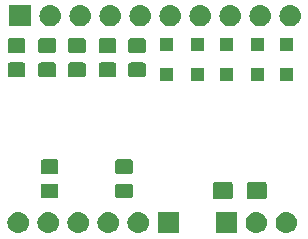
<source format=gbr>
G04 #@! TF.GenerationSoftware,KiCad,Pcbnew,5.1.2-f72e74a~84~ubuntu18.04.1*
G04 #@! TF.CreationDate,2019-06-19T19:18:17+07:00*
G04 #@! TF.ProjectId,serial_matrix_keyboard_shild,73657269-616c-45f6-9d61-747269785f6b,rev?*
G04 #@! TF.SameCoordinates,Original*
G04 #@! TF.FileFunction,Soldermask,Bot*
G04 #@! TF.FilePolarity,Negative*
%FSLAX46Y46*%
G04 Gerber Fmt 4.6, Leading zero omitted, Abs format (unit mm)*
G04 Created by KiCad (PCBNEW 5.1.2-f72e74a~84~ubuntu18.04.1) date 2019-06-19 19:18:17*
%MOMM*%
%LPD*%
G04 APERTURE LIST*
%ADD10C,0.020000*%
G04 APERTURE END LIST*
D10*
G36*
X221950443Y-103605519D02*
G01*
X222016627Y-103612037D01*
X222186466Y-103663557D01*
X222342991Y-103747222D01*
X222378729Y-103776552D01*
X222480186Y-103859814D01*
X222563448Y-103961271D01*
X222592778Y-103997009D01*
X222676443Y-104153534D01*
X222727963Y-104323373D01*
X222745359Y-104500000D01*
X222727963Y-104676627D01*
X222676443Y-104846466D01*
X222592778Y-105002991D01*
X222563448Y-105038729D01*
X222480186Y-105140186D01*
X222378729Y-105223448D01*
X222342991Y-105252778D01*
X222186466Y-105336443D01*
X222016627Y-105387963D01*
X221950443Y-105394481D01*
X221884260Y-105401000D01*
X221795740Y-105401000D01*
X221729557Y-105394481D01*
X221663373Y-105387963D01*
X221493534Y-105336443D01*
X221337009Y-105252778D01*
X221301271Y-105223448D01*
X221199814Y-105140186D01*
X221116552Y-105038729D01*
X221087222Y-105002991D01*
X221003557Y-104846466D01*
X220952037Y-104676627D01*
X220934641Y-104500000D01*
X220952037Y-104323373D01*
X221003557Y-104153534D01*
X221087222Y-103997009D01*
X221116552Y-103961271D01*
X221199814Y-103859814D01*
X221301271Y-103776552D01*
X221337009Y-103747222D01*
X221493534Y-103663557D01*
X221663373Y-103612037D01*
X221729558Y-103605518D01*
X221795740Y-103599000D01*
X221884260Y-103599000D01*
X221950443Y-103605519D01*
X221950443Y-103605519D01*
G37*
G36*
X219410443Y-103605519D02*
G01*
X219476627Y-103612037D01*
X219646466Y-103663557D01*
X219802991Y-103747222D01*
X219838729Y-103776552D01*
X219940186Y-103859814D01*
X220023448Y-103961271D01*
X220052778Y-103997009D01*
X220136443Y-104153534D01*
X220187963Y-104323373D01*
X220205359Y-104500000D01*
X220187963Y-104676627D01*
X220136443Y-104846466D01*
X220052778Y-105002991D01*
X220023448Y-105038729D01*
X219940186Y-105140186D01*
X219838729Y-105223448D01*
X219802991Y-105252778D01*
X219646466Y-105336443D01*
X219476627Y-105387963D01*
X219410443Y-105394481D01*
X219344260Y-105401000D01*
X219255740Y-105401000D01*
X219189557Y-105394481D01*
X219123373Y-105387963D01*
X218953534Y-105336443D01*
X218797009Y-105252778D01*
X218761271Y-105223448D01*
X218659814Y-105140186D01*
X218576552Y-105038729D01*
X218547222Y-105002991D01*
X218463557Y-104846466D01*
X218412037Y-104676627D01*
X218394641Y-104500000D01*
X218412037Y-104323373D01*
X218463557Y-104153534D01*
X218547222Y-103997009D01*
X218576552Y-103961271D01*
X218659814Y-103859814D01*
X218761271Y-103776552D01*
X218797009Y-103747222D01*
X218953534Y-103663557D01*
X219123373Y-103612037D01*
X219189558Y-103605518D01*
X219255740Y-103599000D01*
X219344260Y-103599000D01*
X219410443Y-103605519D01*
X219410443Y-103605519D01*
G37*
G36*
X199250443Y-103605519D02*
G01*
X199316627Y-103612037D01*
X199486466Y-103663557D01*
X199642991Y-103747222D01*
X199678729Y-103776552D01*
X199780186Y-103859814D01*
X199863448Y-103961271D01*
X199892778Y-103997009D01*
X199976443Y-104153534D01*
X200027963Y-104323373D01*
X200045359Y-104500000D01*
X200027963Y-104676627D01*
X199976443Y-104846466D01*
X199892778Y-105002991D01*
X199863448Y-105038729D01*
X199780186Y-105140186D01*
X199678729Y-105223448D01*
X199642991Y-105252778D01*
X199486466Y-105336443D01*
X199316627Y-105387963D01*
X199250443Y-105394481D01*
X199184260Y-105401000D01*
X199095740Y-105401000D01*
X199029557Y-105394481D01*
X198963373Y-105387963D01*
X198793534Y-105336443D01*
X198637009Y-105252778D01*
X198601271Y-105223448D01*
X198499814Y-105140186D01*
X198416552Y-105038729D01*
X198387222Y-105002991D01*
X198303557Y-104846466D01*
X198252037Y-104676627D01*
X198234641Y-104500000D01*
X198252037Y-104323373D01*
X198303557Y-104153534D01*
X198387222Y-103997009D01*
X198416552Y-103961271D01*
X198499814Y-103859814D01*
X198601271Y-103776552D01*
X198637009Y-103747222D01*
X198793534Y-103663557D01*
X198963373Y-103612037D01*
X199029558Y-103605518D01*
X199095740Y-103599000D01*
X199184260Y-103599000D01*
X199250443Y-103605519D01*
X199250443Y-103605519D01*
G37*
G36*
X201790443Y-103605519D02*
G01*
X201856627Y-103612037D01*
X202026466Y-103663557D01*
X202182991Y-103747222D01*
X202218729Y-103776552D01*
X202320186Y-103859814D01*
X202403448Y-103961271D01*
X202432778Y-103997009D01*
X202516443Y-104153534D01*
X202567963Y-104323373D01*
X202585359Y-104500000D01*
X202567963Y-104676627D01*
X202516443Y-104846466D01*
X202432778Y-105002991D01*
X202403448Y-105038729D01*
X202320186Y-105140186D01*
X202218729Y-105223448D01*
X202182991Y-105252778D01*
X202026466Y-105336443D01*
X201856627Y-105387963D01*
X201790443Y-105394481D01*
X201724260Y-105401000D01*
X201635740Y-105401000D01*
X201569557Y-105394481D01*
X201503373Y-105387963D01*
X201333534Y-105336443D01*
X201177009Y-105252778D01*
X201141271Y-105223448D01*
X201039814Y-105140186D01*
X200956552Y-105038729D01*
X200927222Y-105002991D01*
X200843557Y-104846466D01*
X200792037Y-104676627D01*
X200774641Y-104500000D01*
X200792037Y-104323373D01*
X200843557Y-104153534D01*
X200927222Y-103997009D01*
X200956552Y-103961271D01*
X201039814Y-103859814D01*
X201141271Y-103776552D01*
X201177009Y-103747222D01*
X201333534Y-103663557D01*
X201503373Y-103612037D01*
X201569558Y-103605518D01*
X201635740Y-103599000D01*
X201724260Y-103599000D01*
X201790443Y-103605519D01*
X201790443Y-103605519D01*
G37*
G36*
X204330443Y-103605519D02*
G01*
X204396627Y-103612037D01*
X204566466Y-103663557D01*
X204722991Y-103747222D01*
X204758729Y-103776552D01*
X204860186Y-103859814D01*
X204943448Y-103961271D01*
X204972778Y-103997009D01*
X205056443Y-104153534D01*
X205107963Y-104323373D01*
X205125359Y-104500000D01*
X205107963Y-104676627D01*
X205056443Y-104846466D01*
X204972778Y-105002991D01*
X204943448Y-105038729D01*
X204860186Y-105140186D01*
X204758729Y-105223448D01*
X204722991Y-105252778D01*
X204566466Y-105336443D01*
X204396627Y-105387963D01*
X204330443Y-105394481D01*
X204264260Y-105401000D01*
X204175740Y-105401000D01*
X204109557Y-105394481D01*
X204043373Y-105387963D01*
X203873534Y-105336443D01*
X203717009Y-105252778D01*
X203681271Y-105223448D01*
X203579814Y-105140186D01*
X203496552Y-105038729D01*
X203467222Y-105002991D01*
X203383557Y-104846466D01*
X203332037Y-104676627D01*
X203314641Y-104500000D01*
X203332037Y-104323373D01*
X203383557Y-104153534D01*
X203467222Y-103997009D01*
X203496552Y-103961271D01*
X203579814Y-103859814D01*
X203681271Y-103776552D01*
X203717009Y-103747222D01*
X203873534Y-103663557D01*
X204043373Y-103612037D01*
X204109558Y-103605518D01*
X204175740Y-103599000D01*
X204264260Y-103599000D01*
X204330443Y-103605519D01*
X204330443Y-103605519D01*
G37*
G36*
X209410443Y-103605519D02*
G01*
X209476627Y-103612037D01*
X209646466Y-103663557D01*
X209802991Y-103747222D01*
X209838729Y-103776552D01*
X209940186Y-103859814D01*
X210023448Y-103961271D01*
X210052778Y-103997009D01*
X210136443Y-104153534D01*
X210187963Y-104323373D01*
X210205359Y-104500000D01*
X210187963Y-104676627D01*
X210136443Y-104846466D01*
X210052778Y-105002991D01*
X210023448Y-105038729D01*
X209940186Y-105140186D01*
X209838729Y-105223448D01*
X209802991Y-105252778D01*
X209646466Y-105336443D01*
X209476627Y-105387963D01*
X209410443Y-105394481D01*
X209344260Y-105401000D01*
X209255740Y-105401000D01*
X209189557Y-105394481D01*
X209123373Y-105387963D01*
X208953534Y-105336443D01*
X208797009Y-105252778D01*
X208761271Y-105223448D01*
X208659814Y-105140186D01*
X208576552Y-105038729D01*
X208547222Y-105002991D01*
X208463557Y-104846466D01*
X208412037Y-104676627D01*
X208394641Y-104500000D01*
X208412037Y-104323373D01*
X208463557Y-104153534D01*
X208547222Y-103997009D01*
X208576552Y-103961271D01*
X208659814Y-103859814D01*
X208761271Y-103776552D01*
X208797009Y-103747222D01*
X208953534Y-103663557D01*
X209123373Y-103612037D01*
X209189558Y-103605518D01*
X209255740Y-103599000D01*
X209344260Y-103599000D01*
X209410443Y-103605519D01*
X209410443Y-103605519D01*
G37*
G36*
X212741000Y-105401000D02*
G01*
X210939000Y-105401000D01*
X210939000Y-103599000D01*
X212741000Y-103599000D01*
X212741000Y-105401000D01*
X212741000Y-105401000D01*
G37*
G36*
X217661000Y-105401000D02*
G01*
X215859000Y-105401000D01*
X215859000Y-103599000D01*
X217661000Y-103599000D01*
X217661000Y-105401000D01*
X217661000Y-105401000D01*
G37*
G36*
X206870443Y-103605519D02*
G01*
X206936627Y-103612037D01*
X207106466Y-103663557D01*
X207262991Y-103747222D01*
X207298729Y-103776552D01*
X207400186Y-103859814D01*
X207483448Y-103961271D01*
X207512778Y-103997009D01*
X207596443Y-104153534D01*
X207647963Y-104323373D01*
X207665359Y-104500000D01*
X207647963Y-104676627D01*
X207596443Y-104846466D01*
X207512778Y-105002991D01*
X207483448Y-105038729D01*
X207400186Y-105140186D01*
X207298729Y-105223448D01*
X207262991Y-105252778D01*
X207106466Y-105336443D01*
X206936627Y-105387963D01*
X206870443Y-105394481D01*
X206804260Y-105401000D01*
X206715740Y-105401000D01*
X206649557Y-105394481D01*
X206583373Y-105387963D01*
X206413534Y-105336443D01*
X206257009Y-105252778D01*
X206221271Y-105223448D01*
X206119814Y-105140186D01*
X206036552Y-105038729D01*
X206007222Y-105002991D01*
X205923557Y-104846466D01*
X205872037Y-104676627D01*
X205854641Y-104500000D01*
X205872037Y-104323373D01*
X205923557Y-104153534D01*
X206007222Y-103997009D01*
X206036552Y-103961271D01*
X206119814Y-103859814D01*
X206221271Y-103776552D01*
X206257009Y-103747222D01*
X206413534Y-103663557D01*
X206583373Y-103612037D01*
X206649558Y-103605518D01*
X206715740Y-103599000D01*
X206804260Y-103599000D01*
X206870443Y-103605519D01*
X206870443Y-103605519D01*
G37*
G36*
X217147798Y-101078247D02*
G01*
X217183367Y-101089037D01*
X217216139Y-101106554D01*
X217244869Y-101130131D01*
X217268446Y-101158861D01*
X217285963Y-101191633D01*
X217296753Y-101227202D01*
X217301000Y-101270325D01*
X217301000Y-102329675D01*
X217296753Y-102372798D01*
X217285963Y-102408367D01*
X217268446Y-102441139D01*
X217244869Y-102469869D01*
X217216139Y-102493446D01*
X217183367Y-102510963D01*
X217147798Y-102521753D01*
X217104675Y-102526000D01*
X215820325Y-102526000D01*
X215777202Y-102521753D01*
X215741633Y-102510963D01*
X215708861Y-102493446D01*
X215680131Y-102469869D01*
X215656554Y-102441139D01*
X215639037Y-102408367D01*
X215628247Y-102372798D01*
X215624000Y-102329675D01*
X215624000Y-101270325D01*
X215628247Y-101227202D01*
X215639037Y-101191633D01*
X215656554Y-101158861D01*
X215680131Y-101130131D01*
X215708861Y-101106554D01*
X215741633Y-101089037D01*
X215777202Y-101078247D01*
X215820325Y-101074000D01*
X217104675Y-101074000D01*
X217147798Y-101078247D01*
X217147798Y-101078247D01*
G37*
G36*
X220022798Y-101078247D02*
G01*
X220058367Y-101089037D01*
X220091139Y-101106554D01*
X220119869Y-101130131D01*
X220143446Y-101158861D01*
X220160963Y-101191633D01*
X220171753Y-101227202D01*
X220176000Y-101270325D01*
X220176000Y-102329675D01*
X220171753Y-102372798D01*
X220160963Y-102408367D01*
X220143446Y-102441139D01*
X220119869Y-102469869D01*
X220091139Y-102493446D01*
X220058367Y-102510963D01*
X220022798Y-102521753D01*
X219979675Y-102526000D01*
X218695325Y-102526000D01*
X218652202Y-102521753D01*
X218616633Y-102510963D01*
X218583861Y-102493446D01*
X218555131Y-102469869D01*
X218531554Y-102441139D01*
X218514037Y-102408367D01*
X218503247Y-102372798D01*
X218499000Y-102329675D01*
X218499000Y-101270325D01*
X218503247Y-101227202D01*
X218514037Y-101191633D01*
X218531554Y-101158861D01*
X218555131Y-101130131D01*
X218583861Y-101106554D01*
X218616633Y-101089037D01*
X218652202Y-101078247D01*
X218695325Y-101074000D01*
X219979675Y-101074000D01*
X220022798Y-101078247D01*
X220022798Y-101078247D01*
G37*
G36*
X202388674Y-101203465D02*
G01*
X202426367Y-101214899D01*
X202461103Y-101233466D01*
X202491548Y-101258452D01*
X202516534Y-101288897D01*
X202535101Y-101323633D01*
X202546535Y-101361326D01*
X202551000Y-101406661D01*
X202551000Y-102243339D01*
X202546535Y-102288674D01*
X202535101Y-102326367D01*
X202516534Y-102361103D01*
X202491548Y-102391548D01*
X202461103Y-102416534D01*
X202426367Y-102435101D01*
X202388674Y-102446535D01*
X202343339Y-102451000D01*
X201256661Y-102451000D01*
X201211326Y-102446535D01*
X201173633Y-102435101D01*
X201138897Y-102416534D01*
X201108452Y-102391548D01*
X201083466Y-102361103D01*
X201064899Y-102326367D01*
X201053465Y-102288674D01*
X201049000Y-102243339D01*
X201049000Y-101406661D01*
X201053465Y-101361326D01*
X201064899Y-101323633D01*
X201083466Y-101288897D01*
X201108452Y-101258452D01*
X201138897Y-101233466D01*
X201173633Y-101214899D01*
X201211326Y-101203465D01*
X201256661Y-101199000D01*
X202343339Y-101199000D01*
X202388674Y-101203465D01*
X202388674Y-101203465D01*
G37*
G36*
X208688674Y-101203465D02*
G01*
X208726367Y-101214899D01*
X208761103Y-101233466D01*
X208791548Y-101258452D01*
X208816534Y-101288897D01*
X208835101Y-101323633D01*
X208846535Y-101361326D01*
X208851000Y-101406661D01*
X208851000Y-102243339D01*
X208846535Y-102288674D01*
X208835101Y-102326367D01*
X208816534Y-102361103D01*
X208791548Y-102391548D01*
X208761103Y-102416534D01*
X208726367Y-102435101D01*
X208688674Y-102446535D01*
X208643339Y-102451000D01*
X207556661Y-102451000D01*
X207511326Y-102446535D01*
X207473633Y-102435101D01*
X207438897Y-102416534D01*
X207408452Y-102391548D01*
X207383466Y-102361103D01*
X207364899Y-102326367D01*
X207353465Y-102288674D01*
X207349000Y-102243339D01*
X207349000Y-101406661D01*
X207353465Y-101361326D01*
X207364899Y-101323633D01*
X207383466Y-101288897D01*
X207408452Y-101258452D01*
X207438897Y-101233466D01*
X207473633Y-101214899D01*
X207511326Y-101203465D01*
X207556661Y-101199000D01*
X208643339Y-101199000D01*
X208688674Y-101203465D01*
X208688674Y-101203465D01*
G37*
G36*
X202388674Y-99153465D02*
G01*
X202426367Y-99164899D01*
X202461103Y-99183466D01*
X202491548Y-99208452D01*
X202516534Y-99238897D01*
X202535101Y-99273633D01*
X202546535Y-99311326D01*
X202551000Y-99356661D01*
X202551000Y-100193339D01*
X202546535Y-100238674D01*
X202535101Y-100276367D01*
X202516534Y-100311103D01*
X202491548Y-100341548D01*
X202461103Y-100366534D01*
X202426367Y-100385101D01*
X202388674Y-100396535D01*
X202343339Y-100401000D01*
X201256661Y-100401000D01*
X201211326Y-100396535D01*
X201173633Y-100385101D01*
X201138897Y-100366534D01*
X201108452Y-100341548D01*
X201083466Y-100311103D01*
X201064899Y-100276367D01*
X201053465Y-100238674D01*
X201049000Y-100193339D01*
X201049000Y-99356661D01*
X201053465Y-99311326D01*
X201064899Y-99273633D01*
X201083466Y-99238897D01*
X201108452Y-99208452D01*
X201138897Y-99183466D01*
X201173633Y-99164899D01*
X201211326Y-99153465D01*
X201256661Y-99149000D01*
X202343339Y-99149000D01*
X202388674Y-99153465D01*
X202388674Y-99153465D01*
G37*
G36*
X208688674Y-99153465D02*
G01*
X208726367Y-99164899D01*
X208761103Y-99183466D01*
X208791548Y-99208452D01*
X208816534Y-99238897D01*
X208835101Y-99273633D01*
X208846535Y-99311326D01*
X208851000Y-99356661D01*
X208851000Y-100193339D01*
X208846535Y-100238674D01*
X208835101Y-100276367D01*
X208816534Y-100311103D01*
X208791548Y-100341548D01*
X208761103Y-100366534D01*
X208726367Y-100385101D01*
X208688674Y-100396535D01*
X208643339Y-100401000D01*
X207556661Y-100401000D01*
X207511326Y-100396535D01*
X207473633Y-100385101D01*
X207438897Y-100366534D01*
X207408452Y-100341548D01*
X207383466Y-100311103D01*
X207364899Y-100276367D01*
X207353465Y-100238674D01*
X207349000Y-100193339D01*
X207349000Y-99356661D01*
X207353465Y-99311326D01*
X207364899Y-99273633D01*
X207383466Y-99238897D01*
X207408452Y-99208452D01*
X207438897Y-99183466D01*
X207473633Y-99164899D01*
X207511326Y-99153465D01*
X207556661Y-99149000D01*
X208643339Y-99149000D01*
X208688674Y-99153465D01*
X208688674Y-99153465D01*
G37*
G36*
X219951000Y-92501000D02*
G01*
X218849000Y-92501000D01*
X218849000Y-91399000D01*
X219951000Y-91399000D01*
X219951000Y-92501000D01*
X219951000Y-92501000D01*
G37*
G36*
X222451000Y-92501000D02*
G01*
X221349000Y-92501000D01*
X221349000Y-91399000D01*
X222451000Y-91399000D01*
X222451000Y-92501000D01*
X222451000Y-92501000D01*
G37*
G36*
X217351000Y-92501000D02*
G01*
X216249000Y-92501000D01*
X216249000Y-91399000D01*
X217351000Y-91399000D01*
X217351000Y-92501000D01*
X217351000Y-92501000D01*
G37*
G36*
X214851000Y-92501000D02*
G01*
X213749000Y-92501000D01*
X213749000Y-91399000D01*
X214851000Y-91399000D01*
X214851000Y-92501000D01*
X214851000Y-92501000D01*
G37*
G36*
X212251000Y-92501000D02*
G01*
X211149000Y-92501000D01*
X211149000Y-91399000D01*
X212251000Y-91399000D01*
X212251000Y-92501000D01*
X212251000Y-92501000D01*
G37*
G36*
X207288674Y-90953465D02*
G01*
X207326367Y-90964899D01*
X207361103Y-90983466D01*
X207391548Y-91008452D01*
X207416534Y-91038897D01*
X207435101Y-91073633D01*
X207446535Y-91111326D01*
X207451000Y-91156661D01*
X207451000Y-91993339D01*
X207446535Y-92038674D01*
X207435101Y-92076367D01*
X207416534Y-92111103D01*
X207391548Y-92141548D01*
X207361103Y-92166534D01*
X207326367Y-92185101D01*
X207288674Y-92196535D01*
X207243339Y-92201000D01*
X206156661Y-92201000D01*
X206111326Y-92196535D01*
X206073633Y-92185101D01*
X206038897Y-92166534D01*
X206008452Y-92141548D01*
X205983466Y-92111103D01*
X205964899Y-92076367D01*
X205953465Y-92038674D01*
X205949000Y-91993339D01*
X205949000Y-91156661D01*
X205953465Y-91111326D01*
X205964899Y-91073633D01*
X205983466Y-91038897D01*
X206008452Y-91008452D01*
X206038897Y-90983466D01*
X206073633Y-90964899D01*
X206111326Y-90953465D01*
X206156661Y-90949000D01*
X207243339Y-90949000D01*
X207288674Y-90953465D01*
X207288674Y-90953465D01*
G37*
G36*
X209788674Y-90953465D02*
G01*
X209826367Y-90964899D01*
X209861103Y-90983466D01*
X209891548Y-91008452D01*
X209916534Y-91038897D01*
X209935101Y-91073633D01*
X209946535Y-91111326D01*
X209951000Y-91156661D01*
X209951000Y-91993339D01*
X209946535Y-92038674D01*
X209935101Y-92076367D01*
X209916534Y-92111103D01*
X209891548Y-92141548D01*
X209861103Y-92166534D01*
X209826367Y-92185101D01*
X209788674Y-92196535D01*
X209743339Y-92201000D01*
X208656661Y-92201000D01*
X208611326Y-92196535D01*
X208573633Y-92185101D01*
X208538897Y-92166534D01*
X208508452Y-92141548D01*
X208483466Y-92111103D01*
X208464899Y-92076367D01*
X208453465Y-92038674D01*
X208449000Y-91993339D01*
X208449000Y-91156661D01*
X208453465Y-91111326D01*
X208464899Y-91073633D01*
X208483466Y-91038897D01*
X208508452Y-91008452D01*
X208538897Y-90983466D01*
X208573633Y-90964899D01*
X208611326Y-90953465D01*
X208656661Y-90949000D01*
X209743339Y-90949000D01*
X209788674Y-90953465D01*
X209788674Y-90953465D01*
G37*
G36*
X204688674Y-90953465D02*
G01*
X204726367Y-90964899D01*
X204761103Y-90983466D01*
X204791548Y-91008452D01*
X204816534Y-91038897D01*
X204835101Y-91073633D01*
X204846535Y-91111326D01*
X204851000Y-91156661D01*
X204851000Y-91993339D01*
X204846535Y-92038674D01*
X204835101Y-92076367D01*
X204816534Y-92111103D01*
X204791548Y-92141548D01*
X204761103Y-92166534D01*
X204726367Y-92185101D01*
X204688674Y-92196535D01*
X204643339Y-92201000D01*
X203556661Y-92201000D01*
X203511326Y-92196535D01*
X203473633Y-92185101D01*
X203438897Y-92166534D01*
X203408452Y-92141548D01*
X203383466Y-92111103D01*
X203364899Y-92076367D01*
X203353465Y-92038674D01*
X203349000Y-91993339D01*
X203349000Y-91156661D01*
X203353465Y-91111326D01*
X203364899Y-91073633D01*
X203383466Y-91038897D01*
X203408452Y-91008452D01*
X203438897Y-90983466D01*
X203473633Y-90964899D01*
X203511326Y-90953465D01*
X203556661Y-90949000D01*
X204643339Y-90949000D01*
X204688674Y-90953465D01*
X204688674Y-90953465D01*
G37*
G36*
X199588674Y-90953465D02*
G01*
X199626367Y-90964899D01*
X199661103Y-90983466D01*
X199691548Y-91008452D01*
X199716534Y-91038897D01*
X199735101Y-91073633D01*
X199746535Y-91111326D01*
X199751000Y-91156661D01*
X199751000Y-91993339D01*
X199746535Y-92038674D01*
X199735101Y-92076367D01*
X199716534Y-92111103D01*
X199691548Y-92141548D01*
X199661103Y-92166534D01*
X199626367Y-92185101D01*
X199588674Y-92196535D01*
X199543339Y-92201000D01*
X198456661Y-92201000D01*
X198411326Y-92196535D01*
X198373633Y-92185101D01*
X198338897Y-92166534D01*
X198308452Y-92141548D01*
X198283466Y-92111103D01*
X198264899Y-92076367D01*
X198253465Y-92038674D01*
X198249000Y-91993339D01*
X198249000Y-91156661D01*
X198253465Y-91111326D01*
X198264899Y-91073633D01*
X198283466Y-91038897D01*
X198308452Y-91008452D01*
X198338897Y-90983466D01*
X198373633Y-90964899D01*
X198411326Y-90953465D01*
X198456661Y-90949000D01*
X199543339Y-90949000D01*
X199588674Y-90953465D01*
X199588674Y-90953465D01*
G37*
G36*
X202188674Y-90953465D02*
G01*
X202226367Y-90964899D01*
X202261103Y-90983466D01*
X202291548Y-91008452D01*
X202316534Y-91038897D01*
X202335101Y-91073633D01*
X202346535Y-91111326D01*
X202351000Y-91156661D01*
X202351000Y-91993339D01*
X202346535Y-92038674D01*
X202335101Y-92076367D01*
X202316534Y-92111103D01*
X202291548Y-92141548D01*
X202261103Y-92166534D01*
X202226367Y-92185101D01*
X202188674Y-92196535D01*
X202143339Y-92201000D01*
X201056661Y-92201000D01*
X201011326Y-92196535D01*
X200973633Y-92185101D01*
X200938897Y-92166534D01*
X200908452Y-92141548D01*
X200883466Y-92111103D01*
X200864899Y-92076367D01*
X200853465Y-92038674D01*
X200849000Y-91993339D01*
X200849000Y-91156661D01*
X200853465Y-91111326D01*
X200864899Y-91073633D01*
X200883466Y-91038897D01*
X200908452Y-91008452D01*
X200938897Y-90983466D01*
X200973633Y-90964899D01*
X201011326Y-90953465D01*
X201056661Y-90949000D01*
X202143339Y-90949000D01*
X202188674Y-90953465D01*
X202188674Y-90953465D01*
G37*
G36*
X199588674Y-88903465D02*
G01*
X199626367Y-88914899D01*
X199661103Y-88933466D01*
X199691548Y-88958452D01*
X199716534Y-88988897D01*
X199735101Y-89023633D01*
X199746535Y-89061326D01*
X199751000Y-89106661D01*
X199751000Y-89943339D01*
X199746535Y-89988674D01*
X199735101Y-90026367D01*
X199716534Y-90061103D01*
X199691548Y-90091548D01*
X199661103Y-90116534D01*
X199626367Y-90135101D01*
X199588674Y-90146535D01*
X199543339Y-90151000D01*
X198456661Y-90151000D01*
X198411326Y-90146535D01*
X198373633Y-90135101D01*
X198338897Y-90116534D01*
X198308452Y-90091548D01*
X198283466Y-90061103D01*
X198264899Y-90026367D01*
X198253465Y-89988674D01*
X198249000Y-89943339D01*
X198249000Y-89106661D01*
X198253465Y-89061326D01*
X198264899Y-89023633D01*
X198283466Y-88988897D01*
X198308452Y-88958452D01*
X198338897Y-88933466D01*
X198373633Y-88914899D01*
X198411326Y-88903465D01*
X198456661Y-88899000D01*
X199543339Y-88899000D01*
X199588674Y-88903465D01*
X199588674Y-88903465D01*
G37*
G36*
X209788674Y-88903465D02*
G01*
X209826367Y-88914899D01*
X209861103Y-88933466D01*
X209891548Y-88958452D01*
X209916534Y-88988897D01*
X209935101Y-89023633D01*
X209946535Y-89061326D01*
X209951000Y-89106661D01*
X209951000Y-89943339D01*
X209946535Y-89988674D01*
X209935101Y-90026367D01*
X209916534Y-90061103D01*
X209891548Y-90091548D01*
X209861103Y-90116534D01*
X209826367Y-90135101D01*
X209788674Y-90146535D01*
X209743339Y-90151000D01*
X208656661Y-90151000D01*
X208611326Y-90146535D01*
X208573633Y-90135101D01*
X208538897Y-90116534D01*
X208508452Y-90091548D01*
X208483466Y-90061103D01*
X208464899Y-90026367D01*
X208453465Y-89988674D01*
X208449000Y-89943339D01*
X208449000Y-89106661D01*
X208453465Y-89061326D01*
X208464899Y-89023633D01*
X208483466Y-88988897D01*
X208508452Y-88958452D01*
X208538897Y-88933466D01*
X208573633Y-88914899D01*
X208611326Y-88903465D01*
X208656661Y-88899000D01*
X209743339Y-88899000D01*
X209788674Y-88903465D01*
X209788674Y-88903465D01*
G37*
G36*
X202188674Y-88903465D02*
G01*
X202226367Y-88914899D01*
X202261103Y-88933466D01*
X202291548Y-88958452D01*
X202316534Y-88988897D01*
X202335101Y-89023633D01*
X202346535Y-89061326D01*
X202351000Y-89106661D01*
X202351000Y-89943339D01*
X202346535Y-89988674D01*
X202335101Y-90026367D01*
X202316534Y-90061103D01*
X202291548Y-90091548D01*
X202261103Y-90116534D01*
X202226367Y-90135101D01*
X202188674Y-90146535D01*
X202143339Y-90151000D01*
X201056661Y-90151000D01*
X201011326Y-90146535D01*
X200973633Y-90135101D01*
X200938897Y-90116534D01*
X200908452Y-90091548D01*
X200883466Y-90061103D01*
X200864899Y-90026367D01*
X200853465Y-89988674D01*
X200849000Y-89943339D01*
X200849000Y-89106661D01*
X200853465Y-89061326D01*
X200864899Y-89023633D01*
X200883466Y-88988897D01*
X200908452Y-88958452D01*
X200938897Y-88933466D01*
X200973633Y-88914899D01*
X201011326Y-88903465D01*
X201056661Y-88899000D01*
X202143339Y-88899000D01*
X202188674Y-88903465D01*
X202188674Y-88903465D01*
G37*
G36*
X204688674Y-88903465D02*
G01*
X204726367Y-88914899D01*
X204761103Y-88933466D01*
X204791548Y-88958452D01*
X204816534Y-88988897D01*
X204835101Y-89023633D01*
X204846535Y-89061326D01*
X204851000Y-89106661D01*
X204851000Y-89943339D01*
X204846535Y-89988674D01*
X204835101Y-90026367D01*
X204816534Y-90061103D01*
X204791548Y-90091548D01*
X204761103Y-90116534D01*
X204726367Y-90135101D01*
X204688674Y-90146535D01*
X204643339Y-90151000D01*
X203556661Y-90151000D01*
X203511326Y-90146535D01*
X203473633Y-90135101D01*
X203438897Y-90116534D01*
X203408452Y-90091548D01*
X203383466Y-90061103D01*
X203364899Y-90026367D01*
X203353465Y-89988674D01*
X203349000Y-89943339D01*
X203349000Y-89106661D01*
X203353465Y-89061326D01*
X203364899Y-89023633D01*
X203383466Y-88988897D01*
X203408452Y-88958452D01*
X203438897Y-88933466D01*
X203473633Y-88914899D01*
X203511326Y-88903465D01*
X203556661Y-88899000D01*
X204643339Y-88899000D01*
X204688674Y-88903465D01*
X204688674Y-88903465D01*
G37*
G36*
X207288674Y-88903465D02*
G01*
X207326367Y-88914899D01*
X207361103Y-88933466D01*
X207391548Y-88958452D01*
X207416534Y-88988897D01*
X207435101Y-89023633D01*
X207446535Y-89061326D01*
X207451000Y-89106661D01*
X207451000Y-89943339D01*
X207446535Y-89988674D01*
X207435101Y-90026367D01*
X207416534Y-90061103D01*
X207391548Y-90091548D01*
X207361103Y-90116534D01*
X207326367Y-90135101D01*
X207288674Y-90146535D01*
X207243339Y-90151000D01*
X206156661Y-90151000D01*
X206111326Y-90146535D01*
X206073633Y-90135101D01*
X206038897Y-90116534D01*
X206008452Y-90091548D01*
X205983466Y-90061103D01*
X205964899Y-90026367D01*
X205953465Y-89988674D01*
X205949000Y-89943339D01*
X205949000Y-89106661D01*
X205953465Y-89061326D01*
X205964899Y-89023633D01*
X205983466Y-88988897D01*
X206008452Y-88958452D01*
X206038897Y-88933466D01*
X206073633Y-88914899D01*
X206111326Y-88903465D01*
X206156661Y-88899000D01*
X207243339Y-88899000D01*
X207288674Y-88903465D01*
X207288674Y-88903465D01*
G37*
G36*
X212251000Y-90001000D02*
G01*
X211149000Y-90001000D01*
X211149000Y-88899000D01*
X212251000Y-88899000D01*
X212251000Y-90001000D01*
X212251000Y-90001000D01*
G37*
G36*
X214851000Y-90001000D02*
G01*
X213749000Y-90001000D01*
X213749000Y-88899000D01*
X214851000Y-88899000D01*
X214851000Y-90001000D01*
X214851000Y-90001000D01*
G37*
G36*
X219951000Y-90001000D02*
G01*
X218849000Y-90001000D01*
X218849000Y-88899000D01*
X219951000Y-88899000D01*
X219951000Y-90001000D01*
X219951000Y-90001000D01*
G37*
G36*
X222451000Y-90001000D02*
G01*
X221349000Y-90001000D01*
X221349000Y-88899000D01*
X222451000Y-88899000D01*
X222451000Y-90001000D01*
X222451000Y-90001000D01*
G37*
G36*
X217351000Y-90001000D02*
G01*
X216249000Y-90001000D01*
X216249000Y-88899000D01*
X217351000Y-88899000D01*
X217351000Y-90001000D01*
X217351000Y-90001000D01*
G37*
G36*
X209570442Y-86105518D02*
G01*
X209636627Y-86112037D01*
X209806466Y-86163557D01*
X209962991Y-86247222D01*
X209998729Y-86276552D01*
X210100186Y-86359814D01*
X210183448Y-86461271D01*
X210212778Y-86497009D01*
X210296443Y-86653534D01*
X210347963Y-86823373D01*
X210365359Y-87000000D01*
X210347963Y-87176627D01*
X210296443Y-87346466D01*
X210212778Y-87502991D01*
X210183448Y-87538729D01*
X210100186Y-87640186D01*
X209998729Y-87723448D01*
X209962991Y-87752778D01*
X209806466Y-87836443D01*
X209636627Y-87887963D01*
X209570443Y-87894481D01*
X209504260Y-87901000D01*
X209415740Y-87901000D01*
X209349557Y-87894481D01*
X209283373Y-87887963D01*
X209113534Y-87836443D01*
X208957009Y-87752778D01*
X208921271Y-87723448D01*
X208819814Y-87640186D01*
X208736552Y-87538729D01*
X208707222Y-87502991D01*
X208623557Y-87346466D01*
X208572037Y-87176627D01*
X208554641Y-87000000D01*
X208572037Y-86823373D01*
X208623557Y-86653534D01*
X208707222Y-86497009D01*
X208736552Y-86461271D01*
X208819814Y-86359814D01*
X208921271Y-86276552D01*
X208957009Y-86247222D01*
X209113534Y-86163557D01*
X209283373Y-86112037D01*
X209349558Y-86105518D01*
X209415740Y-86099000D01*
X209504260Y-86099000D01*
X209570442Y-86105518D01*
X209570442Y-86105518D01*
G37*
G36*
X200201000Y-87901000D02*
G01*
X198399000Y-87901000D01*
X198399000Y-86099000D01*
X200201000Y-86099000D01*
X200201000Y-87901000D01*
X200201000Y-87901000D01*
G37*
G36*
X201950442Y-86105518D02*
G01*
X202016627Y-86112037D01*
X202186466Y-86163557D01*
X202342991Y-86247222D01*
X202378729Y-86276552D01*
X202480186Y-86359814D01*
X202563448Y-86461271D01*
X202592778Y-86497009D01*
X202676443Y-86653534D01*
X202727963Y-86823373D01*
X202745359Y-87000000D01*
X202727963Y-87176627D01*
X202676443Y-87346466D01*
X202592778Y-87502991D01*
X202563448Y-87538729D01*
X202480186Y-87640186D01*
X202378729Y-87723448D01*
X202342991Y-87752778D01*
X202186466Y-87836443D01*
X202016627Y-87887963D01*
X201950443Y-87894481D01*
X201884260Y-87901000D01*
X201795740Y-87901000D01*
X201729557Y-87894481D01*
X201663373Y-87887963D01*
X201493534Y-87836443D01*
X201337009Y-87752778D01*
X201301271Y-87723448D01*
X201199814Y-87640186D01*
X201116552Y-87538729D01*
X201087222Y-87502991D01*
X201003557Y-87346466D01*
X200952037Y-87176627D01*
X200934641Y-87000000D01*
X200952037Y-86823373D01*
X201003557Y-86653534D01*
X201087222Y-86497009D01*
X201116552Y-86461271D01*
X201199814Y-86359814D01*
X201301271Y-86276552D01*
X201337009Y-86247222D01*
X201493534Y-86163557D01*
X201663373Y-86112037D01*
X201729558Y-86105518D01*
X201795740Y-86099000D01*
X201884260Y-86099000D01*
X201950442Y-86105518D01*
X201950442Y-86105518D01*
G37*
G36*
X222270442Y-86105518D02*
G01*
X222336627Y-86112037D01*
X222506466Y-86163557D01*
X222662991Y-86247222D01*
X222698729Y-86276552D01*
X222800186Y-86359814D01*
X222883448Y-86461271D01*
X222912778Y-86497009D01*
X222996443Y-86653534D01*
X223047963Y-86823373D01*
X223065359Y-87000000D01*
X223047963Y-87176627D01*
X222996443Y-87346466D01*
X222912778Y-87502991D01*
X222883448Y-87538729D01*
X222800186Y-87640186D01*
X222698729Y-87723448D01*
X222662991Y-87752778D01*
X222506466Y-87836443D01*
X222336627Y-87887963D01*
X222270443Y-87894481D01*
X222204260Y-87901000D01*
X222115740Y-87901000D01*
X222049557Y-87894481D01*
X221983373Y-87887963D01*
X221813534Y-87836443D01*
X221657009Y-87752778D01*
X221621271Y-87723448D01*
X221519814Y-87640186D01*
X221436552Y-87538729D01*
X221407222Y-87502991D01*
X221323557Y-87346466D01*
X221272037Y-87176627D01*
X221254641Y-87000000D01*
X221272037Y-86823373D01*
X221323557Y-86653534D01*
X221407222Y-86497009D01*
X221436552Y-86461271D01*
X221519814Y-86359814D01*
X221621271Y-86276552D01*
X221657009Y-86247222D01*
X221813534Y-86163557D01*
X221983373Y-86112037D01*
X222049558Y-86105518D01*
X222115740Y-86099000D01*
X222204260Y-86099000D01*
X222270442Y-86105518D01*
X222270442Y-86105518D01*
G37*
G36*
X219730442Y-86105518D02*
G01*
X219796627Y-86112037D01*
X219966466Y-86163557D01*
X220122991Y-86247222D01*
X220158729Y-86276552D01*
X220260186Y-86359814D01*
X220343448Y-86461271D01*
X220372778Y-86497009D01*
X220456443Y-86653534D01*
X220507963Y-86823373D01*
X220525359Y-87000000D01*
X220507963Y-87176627D01*
X220456443Y-87346466D01*
X220372778Y-87502991D01*
X220343448Y-87538729D01*
X220260186Y-87640186D01*
X220158729Y-87723448D01*
X220122991Y-87752778D01*
X219966466Y-87836443D01*
X219796627Y-87887963D01*
X219730443Y-87894481D01*
X219664260Y-87901000D01*
X219575740Y-87901000D01*
X219509557Y-87894481D01*
X219443373Y-87887963D01*
X219273534Y-87836443D01*
X219117009Y-87752778D01*
X219081271Y-87723448D01*
X218979814Y-87640186D01*
X218896552Y-87538729D01*
X218867222Y-87502991D01*
X218783557Y-87346466D01*
X218732037Y-87176627D01*
X218714641Y-87000000D01*
X218732037Y-86823373D01*
X218783557Y-86653534D01*
X218867222Y-86497009D01*
X218896552Y-86461271D01*
X218979814Y-86359814D01*
X219081271Y-86276552D01*
X219117009Y-86247222D01*
X219273534Y-86163557D01*
X219443373Y-86112037D01*
X219509558Y-86105518D01*
X219575740Y-86099000D01*
X219664260Y-86099000D01*
X219730442Y-86105518D01*
X219730442Y-86105518D01*
G37*
G36*
X217190442Y-86105518D02*
G01*
X217256627Y-86112037D01*
X217426466Y-86163557D01*
X217582991Y-86247222D01*
X217618729Y-86276552D01*
X217720186Y-86359814D01*
X217803448Y-86461271D01*
X217832778Y-86497009D01*
X217916443Y-86653534D01*
X217967963Y-86823373D01*
X217985359Y-87000000D01*
X217967963Y-87176627D01*
X217916443Y-87346466D01*
X217832778Y-87502991D01*
X217803448Y-87538729D01*
X217720186Y-87640186D01*
X217618729Y-87723448D01*
X217582991Y-87752778D01*
X217426466Y-87836443D01*
X217256627Y-87887963D01*
X217190443Y-87894481D01*
X217124260Y-87901000D01*
X217035740Y-87901000D01*
X216969557Y-87894481D01*
X216903373Y-87887963D01*
X216733534Y-87836443D01*
X216577009Y-87752778D01*
X216541271Y-87723448D01*
X216439814Y-87640186D01*
X216356552Y-87538729D01*
X216327222Y-87502991D01*
X216243557Y-87346466D01*
X216192037Y-87176627D01*
X216174641Y-87000000D01*
X216192037Y-86823373D01*
X216243557Y-86653534D01*
X216327222Y-86497009D01*
X216356552Y-86461271D01*
X216439814Y-86359814D01*
X216541271Y-86276552D01*
X216577009Y-86247222D01*
X216733534Y-86163557D01*
X216903373Y-86112037D01*
X216969558Y-86105518D01*
X217035740Y-86099000D01*
X217124260Y-86099000D01*
X217190442Y-86105518D01*
X217190442Y-86105518D01*
G37*
G36*
X214650442Y-86105518D02*
G01*
X214716627Y-86112037D01*
X214886466Y-86163557D01*
X215042991Y-86247222D01*
X215078729Y-86276552D01*
X215180186Y-86359814D01*
X215263448Y-86461271D01*
X215292778Y-86497009D01*
X215376443Y-86653534D01*
X215427963Y-86823373D01*
X215445359Y-87000000D01*
X215427963Y-87176627D01*
X215376443Y-87346466D01*
X215292778Y-87502991D01*
X215263448Y-87538729D01*
X215180186Y-87640186D01*
X215078729Y-87723448D01*
X215042991Y-87752778D01*
X214886466Y-87836443D01*
X214716627Y-87887963D01*
X214650443Y-87894481D01*
X214584260Y-87901000D01*
X214495740Y-87901000D01*
X214429557Y-87894481D01*
X214363373Y-87887963D01*
X214193534Y-87836443D01*
X214037009Y-87752778D01*
X214001271Y-87723448D01*
X213899814Y-87640186D01*
X213816552Y-87538729D01*
X213787222Y-87502991D01*
X213703557Y-87346466D01*
X213652037Y-87176627D01*
X213634641Y-87000000D01*
X213652037Y-86823373D01*
X213703557Y-86653534D01*
X213787222Y-86497009D01*
X213816552Y-86461271D01*
X213899814Y-86359814D01*
X214001271Y-86276552D01*
X214037009Y-86247222D01*
X214193534Y-86163557D01*
X214363373Y-86112037D01*
X214429558Y-86105518D01*
X214495740Y-86099000D01*
X214584260Y-86099000D01*
X214650442Y-86105518D01*
X214650442Y-86105518D01*
G37*
G36*
X212110442Y-86105518D02*
G01*
X212176627Y-86112037D01*
X212346466Y-86163557D01*
X212502991Y-86247222D01*
X212538729Y-86276552D01*
X212640186Y-86359814D01*
X212723448Y-86461271D01*
X212752778Y-86497009D01*
X212836443Y-86653534D01*
X212887963Y-86823373D01*
X212905359Y-87000000D01*
X212887963Y-87176627D01*
X212836443Y-87346466D01*
X212752778Y-87502991D01*
X212723448Y-87538729D01*
X212640186Y-87640186D01*
X212538729Y-87723448D01*
X212502991Y-87752778D01*
X212346466Y-87836443D01*
X212176627Y-87887963D01*
X212110443Y-87894481D01*
X212044260Y-87901000D01*
X211955740Y-87901000D01*
X211889557Y-87894481D01*
X211823373Y-87887963D01*
X211653534Y-87836443D01*
X211497009Y-87752778D01*
X211461271Y-87723448D01*
X211359814Y-87640186D01*
X211276552Y-87538729D01*
X211247222Y-87502991D01*
X211163557Y-87346466D01*
X211112037Y-87176627D01*
X211094641Y-87000000D01*
X211112037Y-86823373D01*
X211163557Y-86653534D01*
X211247222Y-86497009D01*
X211276552Y-86461271D01*
X211359814Y-86359814D01*
X211461271Y-86276552D01*
X211497009Y-86247222D01*
X211653534Y-86163557D01*
X211823373Y-86112037D01*
X211889558Y-86105518D01*
X211955740Y-86099000D01*
X212044260Y-86099000D01*
X212110442Y-86105518D01*
X212110442Y-86105518D01*
G37*
G36*
X204490442Y-86105518D02*
G01*
X204556627Y-86112037D01*
X204726466Y-86163557D01*
X204882991Y-86247222D01*
X204918729Y-86276552D01*
X205020186Y-86359814D01*
X205103448Y-86461271D01*
X205132778Y-86497009D01*
X205216443Y-86653534D01*
X205267963Y-86823373D01*
X205285359Y-87000000D01*
X205267963Y-87176627D01*
X205216443Y-87346466D01*
X205132778Y-87502991D01*
X205103448Y-87538729D01*
X205020186Y-87640186D01*
X204918729Y-87723448D01*
X204882991Y-87752778D01*
X204726466Y-87836443D01*
X204556627Y-87887963D01*
X204490443Y-87894481D01*
X204424260Y-87901000D01*
X204335740Y-87901000D01*
X204269557Y-87894481D01*
X204203373Y-87887963D01*
X204033534Y-87836443D01*
X203877009Y-87752778D01*
X203841271Y-87723448D01*
X203739814Y-87640186D01*
X203656552Y-87538729D01*
X203627222Y-87502991D01*
X203543557Y-87346466D01*
X203492037Y-87176627D01*
X203474641Y-87000000D01*
X203492037Y-86823373D01*
X203543557Y-86653534D01*
X203627222Y-86497009D01*
X203656552Y-86461271D01*
X203739814Y-86359814D01*
X203841271Y-86276552D01*
X203877009Y-86247222D01*
X204033534Y-86163557D01*
X204203373Y-86112037D01*
X204269558Y-86105518D01*
X204335740Y-86099000D01*
X204424260Y-86099000D01*
X204490442Y-86105518D01*
X204490442Y-86105518D01*
G37*
G36*
X207030442Y-86105518D02*
G01*
X207096627Y-86112037D01*
X207266466Y-86163557D01*
X207422991Y-86247222D01*
X207458729Y-86276552D01*
X207560186Y-86359814D01*
X207643448Y-86461271D01*
X207672778Y-86497009D01*
X207756443Y-86653534D01*
X207807963Y-86823373D01*
X207825359Y-87000000D01*
X207807963Y-87176627D01*
X207756443Y-87346466D01*
X207672778Y-87502991D01*
X207643448Y-87538729D01*
X207560186Y-87640186D01*
X207458729Y-87723448D01*
X207422991Y-87752778D01*
X207266466Y-87836443D01*
X207096627Y-87887963D01*
X207030443Y-87894481D01*
X206964260Y-87901000D01*
X206875740Y-87901000D01*
X206809557Y-87894481D01*
X206743373Y-87887963D01*
X206573534Y-87836443D01*
X206417009Y-87752778D01*
X206381271Y-87723448D01*
X206279814Y-87640186D01*
X206196552Y-87538729D01*
X206167222Y-87502991D01*
X206083557Y-87346466D01*
X206032037Y-87176627D01*
X206014641Y-87000000D01*
X206032037Y-86823373D01*
X206083557Y-86653534D01*
X206167222Y-86497009D01*
X206196552Y-86461271D01*
X206279814Y-86359814D01*
X206381271Y-86276552D01*
X206417009Y-86247222D01*
X206573534Y-86163557D01*
X206743373Y-86112037D01*
X206809558Y-86105518D01*
X206875740Y-86099000D01*
X206964260Y-86099000D01*
X207030442Y-86105518D01*
X207030442Y-86105518D01*
G37*
M02*

</source>
